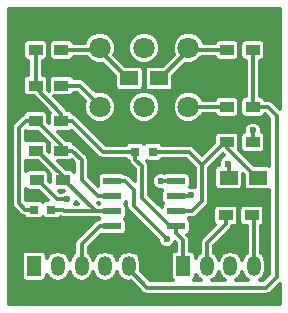
<source format=gtl>
%TF.GenerationSoftware,KiCad,Pcbnew,4.0.4-1.fc24-product*%
%TF.CreationDate,2018-03-01T09:40:41+11:00*%
%TF.ProjectId,BT_STACK,42545F535441434B2E6B696361645F70,rev?*%
%TF.FileFunction,Copper,L1,Top,Signal*%
%FSLAX46Y46*%
G04 Gerber Fmt 4.6, Leading zero omitted, Abs format (unit mm)*
G04 Created by KiCad (PCBNEW 4.0.4-1.fc24-product) date Thu Mar  1 09:40:41 2018*
%MOMM*%
%LPD*%
G01*
G04 APERTURE LIST*
%ADD10C,0.100000*%
%ADD11R,1.550000X0.600000*%
%ADD12R,1.200000X1.700000*%
%ADD13O,1.200000X1.700000*%
%ADD14R,1.200000X0.900000*%
%ADD15R,1.500000X1.250000*%
%ADD16C,1.800000*%
%ADD17R,0.800000X0.750000*%
%ADD18C,0.600000*%
%ADD19C,0.300000*%
G04 APERTURE END LIST*
D10*
D11*
X154700000Y-87905000D03*
X154700000Y-86635000D03*
X154700000Y-85365000D03*
X154700000Y-84095000D03*
X149300000Y-84095000D03*
X149300000Y-85365000D03*
X149300000Y-86635000D03*
X149300000Y-87905000D03*
D12*
X142700000Y-91300000D03*
D13*
X144700000Y-91300000D03*
X146700000Y-91300000D03*
X148700000Y-91300000D03*
X150700000Y-91300000D03*
D14*
X142900000Y-84000000D03*
X145100000Y-84000000D03*
X161200000Y-80800000D03*
X159000000Y-80800000D03*
X159000000Y-73000000D03*
X161200000Y-73000000D03*
D15*
X159150000Y-83800000D03*
X161650000Y-83800000D03*
D14*
X159000000Y-77800000D03*
X161200000Y-77800000D03*
X142800000Y-81500000D03*
X145000000Y-81500000D03*
X142800000Y-76000000D03*
X145000000Y-76000000D03*
X142800000Y-73000000D03*
X145000000Y-73000000D03*
X142800000Y-79000000D03*
X145000000Y-79000000D03*
D12*
X155300000Y-91300000D03*
D13*
X157300000Y-91300000D03*
X159300000Y-91300000D03*
X161300000Y-91300000D03*
D15*
X150750000Y-75400000D03*
X153250000Y-75400000D03*
D16*
X155750000Y-72800000D03*
X152000000Y-72800000D03*
X148250000Y-72800000D03*
X155750000Y-77800000D03*
X152000000Y-77800000D03*
X148250000Y-77800000D03*
D17*
X151250000Y-81600000D03*
X152750000Y-81600000D03*
X142650000Y-86500000D03*
X144150000Y-86500000D03*
D14*
X158900000Y-87000000D03*
X161100000Y-87000000D03*
D18*
X153400000Y-84099994D03*
X145500000Y-85600000D03*
X159100000Y-82600000D03*
X156000000Y-85300000D03*
X153900000Y-89000000D03*
X161200000Y-79800000D03*
D19*
X149300000Y-87905000D02*
X148225000Y-87905000D01*
X148225000Y-87905000D02*
X146700000Y-89430000D01*
X146700000Y-89430000D02*
X146700000Y-91300000D01*
X154700000Y-84095000D02*
X153404994Y-84095000D01*
X153404994Y-84095000D02*
X153400000Y-84099994D01*
X145075736Y-85600000D02*
X145500000Y-85600000D01*
X144650000Y-85600000D02*
X145075736Y-85600000D01*
X143050000Y-84000000D02*
X144650000Y-85600000D01*
X142900000Y-84000000D02*
X143050000Y-84000000D01*
X159150000Y-83800000D02*
X159150000Y-82650000D01*
X159150000Y-82650000D02*
X159100000Y-82600000D01*
X155800000Y-81600000D02*
X152750000Y-81600000D01*
X156900000Y-82700000D02*
X155800000Y-81600000D01*
X156900000Y-82750000D02*
X156900000Y-82700000D01*
X156900000Y-85800000D02*
X156065000Y-86635000D01*
X156065000Y-86635000D02*
X154700000Y-86635000D01*
X156900000Y-82750000D02*
X156900000Y-85800000D01*
X159000000Y-80800000D02*
X158850000Y-80800000D01*
X158850000Y-80800000D02*
X156900000Y-82750000D01*
X161650000Y-83800000D02*
X161525000Y-83800000D01*
X161525000Y-83800000D02*
X159000000Y-81275000D01*
X159000000Y-81275000D02*
X159000000Y-80800000D01*
X151250000Y-81600000D02*
X151250000Y-82275000D01*
X151250000Y-82275000D02*
X151800000Y-82825000D01*
X151800000Y-82825000D02*
X151800000Y-85480000D01*
X151250000Y-81600000D02*
X148500000Y-81600000D01*
X154225000Y-87905000D02*
X154700000Y-87905000D01*
X151800000Y-85480000D02*
X154225000Y-87905000D01*
X145000000Y-79000000D02*
X145000000Y-78400000D01*
X145000000Y-78400000D02*
X142800000Y-76200000D01*
X142800000Y-76200000D02*
X142800000Y-76000000D01*
X145000000Y-79000000D02*
X145900000Y-79000000D01*
X145900000Y-79000000D02*
X148500000Y-81600000D01*
X154700000Y-87905000D02*
X154700000Y-88505000D01*
X154700000Y-88505000D02*
X155300000Y-89105000D01*
X155300000Y-89105000D02*
X155300000Y-91300000D01*
X142800000Y-73000000D02*
X142800000Y-76000000D01*
X159000000Y-73000000D02*
X155850000Y-73000000D01*
X155850000Y-73000000D02*
X155650000Y-72800000D01*
X153250000Y-75400000D02*
X153375000Y-75400000D01*
X153375000Y-75400000D02*
X155650000Y-73125000D01*
X155650000Y-73125000D02*
X155650000Y-72800000D01*
X153250000Y-75200000D02*
X153250000Y-75400000D01*
X159000000Y-73000000D02*
X158850000Y-73000000D01*
X150750000Y-75400000D02*
X150625000Y-75400000D01*
X150625000Y-75400000D02*
X148350000Y-73125000D01*
X148350000Y-73125000D02*
X148350000Y-72800000D01*
X145000000Y-73000000D02*
X148150000Y-73000000D01*
X148150000Y-73000000D02*
X148350000Y-72800000D01*
X150750000Y-75200000D02*
X150750000Y-75400000D01*
X161100000Y-87000000D02*
X161300000Y-87200000D01*
X161300000Y-87200000D02*
X161300000Y-91300000D01*
X155935000Y-85365000D02*
X156000000Y-85300000D01*
X154700000Y-85365000D02*
X155935000Y-85365000D01*
X163206001Y-78556001D02*
X162450000Y-77800000D01*
X162450000Y-77800000D02*
X161200000Y-77800000D01*
X162350000Y-93100000D02*
X163206001Y-92243999D01*
X163206001Y-92243999D02*
X163206001Y-78556001D01*
X152250000Y-93100000D02*
X162350000Y-93100000D01*
X150700000Y-91300000D02*
X150700000Y-91550000D01*
X150700000Y-91550000D02*
X152250000Y-93100000D01*
X161200000Y-77800000D02*
X161200000Y-77050000D01*
X161200000Y-77050000D02*
X161200000Y-73000000D01*
X158900000Y-87000000D02*
X158900000Y-87750000D01*
X158900000Y-87750000D02*
X157300000Y-89350000D01*
X157300000Y-89350000D02*
X157300000Y-91300000D01*
X151100000Y-84820000D02*
X151100000Y-86200000D01*
X151100000Y-86200000D02*
X153900000Y-89000000D01*
X149300000Y-84095000D02*
X150375000Y-84095000D01*
X150375000Y-84095000D02*
X151100000Y-84820000D01*
X161200000Y-80800000D02*
X161200000Y-79800000D01*
X145000000Y-76000000D02*
X146550000Y-76000000D01*
X146550000Y-76000000D02*
X148350000Y-77800000D01*
X159000000Y-77800000D02*
X155650000Y-77800000D01*
X142650000Y-86500000D02*
X141950000Y-86500000D01*
X141950000Y-86500000D02*
X141400000Y-85950000D01*
X141400000Y-85950000D02*
X141400000Y-79600000D01*
X141400000Y-79600000D02*
X142000000Y-79000000D01*
X142000000Y-79000000D02*
X142800000Y-79000000D01*
X145000000Y-81500000D02*
X145900000Y-81500000D01*
X145900000Y-81500000D02*
X146700000Y-82300000D01*
X146700000Y-82300000D02*
X146700000Y-84000000D01*
X146700000Y-84000000D02*
X148065000Y-85365000D01*
X148065000Y-85365000D02*
X149300000Y-85365000D01*
X142800000Y-79000000D02*
X142950000Y-79000000D01*
X142950000Y-79000000D02*
X145000000Y-81050000D01*
X145000000Y-81050000D02*
X145000000Y-81500000D01*
X145100000Y-86500000D02*
X145235000Y-86635000D01*
X145235000Y-86635000D02*
X147885000Y-86635000D01*
X144150000Y-86500000D02*
X145100000Y-86500000D01*
X149300000Y-86635000D02*
X147885000Y-86635000D01*
X147885000Y-86635000D02*
X145250000Y-84000000D01*
X145250000Y-84000000D02*
X145100000Y-84000000D01*
X142800000Y-81500000D02*
X142950000Y-81500000D01*
X142950000Y-81500000D02*
X145100000Y-83650000D01*
X145100000Y-83650000D02*
X145100000Y-84000000D01*
G36*
X163475000Y-77976472D02*
X162874264Y-77375736D01*
X162679610Y-77245672D01*
X162450000Y-77200000D01*
X162230592Y-77200000D01*
X162227438Y-77183240D01*
X162128883Y-77030081D01*
X161978505Y-76927332D01*
X161800000Y-76891184D01*
X161800000Y-73908816D01*
X161966760Y-73877438D01*
X162119919Y-73778883D01*
X162222668Y-73628505D01*
X162258816Y-73450000D01*
X162258816Y-72550000D01*
X162227438Y-72383240D01*
X162128883Y-72230081D01*
X161978505Y-72127332D01*
X161800000Y-72091184D01*
X160600000Y-72091184D01*
X160433240Y-72122562D01*
X160280081Y-72221117D01*
X160177332Y-72371495D01*
X160141184Y-72550000D01*
X160141184Y-73450000D01*
X160172562Y-73616760D01*
X160271117Y-73769919D01*
X160421495Y-73872668D01*
X160600000Y-73908816D01*
X160600000Y-76891184D01*
X160433240Y-76922562D01*
X160280081Y-77021117D01*
X160177332Y-77171495D01*
X160141184Y-77350000D01*
X160141184Y-78250000D01*
X160172562Y-78416760D01*
X160271117Y-78569919D01*
X160421495Y-78672668D01*
X160600000Y-78708816D01*
X161800000Y-78708816D01*
X161966760Y-78677438D01*
X162119919Y-78578883D01*
X162222668Y-78428505D01*
X162223899Y-78422427D01*
X162606001Y-78804529D01*
X162606001Y-82771119D01*
X162578505Y-82752332D01*
X162400000Y-82716184D01*
X161289712Y-82716184D01*
X160014292Y-81440764D01*
X160022668Y-81428505D01*
X160058816Y-81250000D01*
X160058816Y-80350000D01*
X160141184Y-80350000D01*
X160141184Y-81250000D01*
X160172562Y-81416760D01*
X160271117Y-81569919D01*
X160421495Y-81672668D01*
X160600000Y-81708816D01*
X161800000Y-81708816D01*
X161966760Y-81677438D01*
X162119919Y-81578883D01*
X162222668Y-81428505D01*
X162258816Y-81250000D01*
X162258816Y-80350000D01*
X162227438Y-80183240D01*
X162128883Y-80030081D01*
X161978505Y-79927332D01*
X161949894Y-79921538D01*
X161950130Y-79651470D01*
X161836189Y-79375714D01*
X161625395Y-79164552D01*
X161349839Y-79050131D01*
X161051470Y-79049870D01*
X160775714Y-79163811D01*
X160564552Y-79374605D01*
X160450131Y-79650161D01*
X160449895Y-79919428D01*
X160433240Y-79922562D01*
X160280081Y-80021117D01*
X160177332Y-80171495D01*
X160141184Y-80350000D01*
X160058816Y-80350000D01*
X160027438Y-80183240D01*
X159928883Y-80030081D01*
X159778505Y-79927332D01*
X159600000Y-79891184D01*
X158400000Y-79891184D01*
X158233240Y-79922562D01*
X158080081Y-80021117D01*
X157977332Y-80171495D01*
X157941184Y-80350000D01*
X157941184Y-80860288D01*
X156925000Y-81876472D01*
X156224264Y-81175736D01*
X156029610Y-81045672D01*
X155800000Y-81000000D01*
X153539962Y-81000000D01*
X153478883Y-80905081D01*
X153328505Y-80802332D01*
X153150000Y-80766184D01*
X152350000Y-80766184D01*
X152183240Y-80797562D01*
X152030081Y-80896117D01*
X152000744Y-80939054D01*
X151978883Y-80905081D01*
X151828505Y-80802332D01*
X151650000Y-80766184D01*
X150850000Y-80766184D01*
X150683240Y-80797562D01*
X150530081Y-80896117D01*
X150459101Y-81000000D01*
X148748528Y-81000000D01*
X146324264Y-78575736D01*
X146129610Y-78445672D01*
X146035669Y-78426986D01*
X146027438Y-78383240D01*
X145928883Y-78230081D01*
X145778505Y-78127332D01*
X145600000Y-78091184D01*
X145501404Y-78091184D01*
X145424264Y-77975736D01*
X144346513Y-76897985D01*
X144400000Y-76908816D01*
X145600000Y-76908816D01*
X145766760Y-76877438D01*
X145919919Y-76778883D01*
X146022668Y-76628505D01*
X146028440Y-76600000D01*
X146301472Y-76600000D01*
X146997506Y-77296034D01*
X146900235Y-77530290D01*
X146899766Y-78067353D01*
X147104858Y-78563715D01*
X147484288Y-78943807D01*
X147980290Y-79149765D01*
X148517353Y-79150234D01*
X149013715Y-78945142D01*
X149393807Y-78565712D01*
X149599765Y-78069710D01*
X149599767Y-78067353D01*
X150649766Y-78067353D01*
X150854858Y-78563715D01*
X151234288Y-78943807D01*
X151730290Y-79149765D01*
X152267353Y-79150234D01*
X152763715Y-78945142D01*
X153143807Y-78565712D01*
X153349765Y-78069710D01*
X153349767Y-78067353D01*
X154399766Y-78067353D01*
X154604858Y-78563715D01*
X154984288Y-78943807D01*
X155480290Y-79149765D01*
X156017353Y-79150234D01*
X156513715Y-78945142D01*
X156893807Y-78565712D01*
X156962617Y-78400000D01*
X157969408Y-78400000D01*
X157972562Y-78416760D01*
X158071117Y-78569919D01*
X158221495Y-78672668D01*
X158400000Y-78708816D01*
X159600000Y-78708816D01*
X159766760Y-78677438D01*
X159919919Y-78578883D01*
X160022668Y-78428505D01*
X160058816Y-78250000D01*
X160058816Y-77350000D01*
X160027438Y-77183240D01*
X159928883Y-77030081D01*
X159778505Y-76927332D01*
X159600000Y-76891184D01*
X158400000Y-76891184D01*
X158233240Y-76922562D01*
X158080081Y-77021117D01*
X157977332Y-77171495D01*
X157971560Y-77200000D01*
X156962787Y-77200000D01*
X156895142Y-77036285D01*
X156515712Y-76656193D01*
X156019710Y-76450235D01*
X155482647Y-76449766D01*
X154986285Y-76654858D01*
X154606193Y-77034288D01*
X154400235Y-77530290D01*
X154399766Y-78067353D01*
X153349767Y-78067353D01*
X153350234Y-77532647D01*
X153145142Y-77036285D01*
X152765712Y-76656193D01*
X152269710Y-76450235D01*
X151732647Y-76449766D01*
X151236285Y-76654858D01*
X150856193Y-77034288D01*
X150650235Y-77530290D01*
X150649766Y-78067353D01*
X149599767Y-78067353D01*
X149600234Y-77532647D01*
X149395142Y-77036285D01*
X149015712Y-76656193D01*
X148519710Y-76450235D01*
X147982647Y-76449766D01*
X147887576Y-76489048D01*
X146974264Y-75575736D01*
X146779610Y-75445672D01*
X146550000Y-75400000D01*
X146030592Y-75400000D01*
X146027438Y-75383240D01*
X145928883Y-75230081D01*
X145778505Y-75127332D01*
X145600000Y-75091184D01*
X144400000Y-75091184D01*
X144233240Y-75122562D01*
X144080081Y-75221117D01*
X143977332Y-75371495D01*
X143941184Y-75550000D01*
X143941184Y-76450000D01*
X143951071Y-76502543D01*
X143858816Y-76410288D01*
X143858816Y-75550000D01*
X143827438Y-75383240D01*
X143728883Y-75230081D01*
X143578505Y-75127332D01*
X143400000Y-75091184D01*
X143400000Y-73908816D01*
X143566760Y-73877438D01*
X143719919Y-73778883D01*
X143822668Y-73628505D01*
X143858816Y-73450000D01*
X143858816Y-72550000D01*
X143941184Y-72550000D01*
X143941184Y-73450000D01*
X143972562Y-73616760D01*
X144071117Y-73769919D01*
X144221495Y-73872668D01*
X144400000Y-73908816D01*
X145600000Y-73908816D01*
X145766760Y-73877438D01*
X145919919Y-73778883D01*
X146022668Y-73628505D01*
X146028440Y-73600000D01*
X147141080Y-73600000D01*
X147484288Y-73943807D01*
X147980290Y-74149765D01*
X148517353Y-74150234D01*
X148523971Y-74147499D01*
X149541184Y-75164712D01*
X149541184Y-76025000D01*
X149572562Y-76191760D01*
X149671117Y-76344919D01*
X149821495Y-76447668D01*
X150000000Y-76483816D01*
X151500000Y-76483816D01*
X151666760Y-76452438D01*
X151819919Y-76353883D01*
X151922668Y-76203505D01*
X151958816Y-76025000D01*
X151958816Y-74775000D01*
X152041184Y-74775000D01*
X152041184Y-76025000D01*
X152072562Y-76191760D01*
X152171117Y-76344919D01*
X152321495Y-76447668D01*
X152500000Y-76483816D01*
X154000000Y-76483816D01*
X154166760Y-76452438D01*
X154319919Y-76353883D01*
X154422668Y-76203505D01*
X154458816Y-76025000D01*
X154458816Y-75164712D01*
X155475678Y-74147850D01*
X155480290Y-74149765D01*
X156017353Y-74150234D01*
X156513715Y-73945142D01*
X156859459Y-73600000D01*
X157969408Y-73600000D01*
X157972562Y-73616760D01*
X158071117Y-73769919D01*
X158221495Y-73872668D01*
X158400000Y-73908816D01*
X159600000Y-73908816D01*
X159766760Y-73877438D01*
X159919919Y-73778883D01*
X160022668Y-73628505D01*
X160058816Y-73450000D01*
X160058816Y-72550000D01*
X160027438Y-72383240D01*
X159928883Y-72230081D01*
X159778505Y-72127332D01*
X159600000Y-72091184D01*
X158400000Y-72091184D01*
X158233240Y-72122562D01*
X158080081Y-72221117D01*
X157977332Y-72371495D01*
X157971560Y-72400000D01*
X157045426Y-72400000D01*
X156895142Y-72036285D01*
X156515712Y-71656193D01*
X156019710Y-71450235D01*
X155482647Y-71449766D01*
X154986285Y-71654858D01*
X154606193Y-72034288D01*
X154400235Y-72530290D01*
X154399766Y-73067353D01*
X154534072Y-73392400D01*
X153610288Y-74316184D01*
X152500000Y-74316184D01*
X152333240Y-74347562D01*
X152180081Y-74446117D01*
X152077332Y-74596495D01*
X152041184Y-74775000D01*
X151958816Y-74775000D01*
X151927438Y-74608240D01*
X151828883Y-74455081D01*
X151678505Y-74352332D01*
X151500000Y-74316184D01*
X150389712Y-74316184D01*
X149465818Y-73392290D01*
X149599765Y-73069710D01*
X149599767Y-73067353D01*
X150649766Y-73067353D01*
X150854858Y-73563715D01*
X151234288Y-73943807D01*
X151730290Y-74149765D01*
X152267353Y-74150234D01*
X152763715Y-73945142D01*
X153143807Y-73565712D01*
X153349765Y-73069710D01*
X153350234Y-72532647D01*
X153145142Y-72036285D01*
X152765712Y-71656193D01*
X152269710Y-71450235D01*
X151732647Y-71449766D01*
X151236285Y-71654858D01*
X150856193Y-72034288D01*
X150650235Y-72530290D01*
X150649766Y-73067353D01*
X149599767Y-73067353D01*
X149600234Y-72532647D01*
X149395142Y-72036285D01*
X149015712Y-71656193D01*
X148519710Y-71450235D01*
X147982647Y-71449766D01*
X147486285Y-71654858D01*
X147106193Y-72034288D01*
X146954336Y-72400000D01*
X146030592Y-72400000D01*
X146027438Y-72383240D01*
X145928883Y-72230081D01*
X145778505Y-72127332D01*
X145600000Y-72091184D01*
X144400000Y-72091184D01*
X144233240Y-72122562D01*
X144080081Y-72221117D01*
X143977332Y-72371495D01*
X143941184Y-72550000D01*
X143858816Y-72550000D01*
X143827438Y-72383240D01*
X143728883Y-72230081D01*
X143578505Y-72127332D01*
X143400000Y-72091184D01*
X142200000Y-72091184D01*
X142033240Y-72122562D01*
X141880081Y-72221117D01*
X141777332Y-72371495D01*
X141741184Y-72550000D01*
X141741184Y-73450000D01*
X141772562Y-73616760D01*
X141871117Y-73769919D01*
X142021495Y-73872668D01*
X142200000Y-73908816D01*
X142200000Y-75091184D01*
X142033240Y-75122562D01*
X141880081Y-75221117D01*
X141777332Y-75371495D01*
X141741184Y-75550000D01*
X141741184Y-76450000D01*
X141772562Y-76616760D01*
X141871117Y-76769919D01*
X142021495Y-76872668D01*
X142200000Y-76908816D01*
X142660288Y-76908816D01*
X144036448Y-78284976D01*
X143977332Y-78371495D01*
X143941184Y-78550000D01*
X143941184Y-79142656D01*
X143858816Y-79060288D01*
X143858816Y-78550000D01*
X143827438Y-78383240D01*
X143728883Y-78230081D01*
X143578505Y-78127332D01*
X143400000Y-78091184D01*
X142200000Y-78091184D01*
X142033240Y-78122562D01*
X141880081Y-78221117D01*
X141777332Y-78371495D01*
X141761047Y-78451915D01*
X141575736Y-78575736D01*
X140975736Y-79175736D01*
X140845672Y-79370390D01*
X140800000Y-79600000D01*
X140800000Y-85950000D01*
X140845672Y-86179610D01*
X140975736Y-86374264D01*
X141525736Y-86924264D01*
X141720389Y-87054328D01*
X141846834Y-87079479D01*
X141921117Y-87194919D01*
X142071495Y-87297668D01*
X142250000Y-87333816D01*
X143050000Y-87333816D01*
X143216760Y-87302438D01*
X143369919Y-87203883D01*
X143399256Y-87160946D01*
X143421117Y-87194919D01*
X143571495Y-87297668D01*
X143750000Y-87333816D01*
X144550000Y-87333816D01*
X144716760Y-87302438D01*
X144869919Y-87203883D01*
X144919210Y-87131744D01*
X145005390Y-87189328D01*
X145235000Y-87235000D01*
X148183299Y-87235000D01*
X148196117Y-87254919D01*
X148216442Y-87268806D01*
X148205081Y-87276117D01*
X148179109Y-87314128D01*
X147995390Y-87350672D01*
X147800736Y-87480736D01*
X146275736Y-89005736D01*
X146145672Y-89200390D01*
X146100000Y-89430000D01*
X146100000Y-90186879D01*
X145957538Y-90282069D01*
X145729926Y-90622713D01*
X145700000Y-90773162D01*
X145670074Y-90622713D01*
X145442462Y-90282069D01*
X145101818Y-90054457D01*
X144700000Y-89974531D01*
X144298182Y-90054457D01*
X143957538Y-90282069D01*
X143758816Y-90579476D01*
X143758816Y-90450000D01*
X143727438Y-90283240D01*
X143628883Y-90130081D01*
X143478505Y-90027332D01*
X143300000Y-89991184D01*
X142100000Y-89991184D01*
X141933240Y-90022562D01*
X141780081Y-90121117D01*
X141677332Y-90271495D01*
X141641184Y-90450000D01*
X141641184Y-92150000D01*
X141672562Y-92316760D01*
X141771117Y-92469919D01*
X141921495Y-92572668D01*
X142100000Y-92608816D01*
X143300000Y-92608816D01*
X143466760Y-92577438D01*
X143619919Y-92478883D01*
X143722668Y-92328505D01*
X143758816Y-92150000D01*
X143758816Y-92020524D01*
X143957538Y-92317931D01*
X144298182Y-92545543D01*
X144700000Y-92625469D01*
X145101818Y-92545543D01*
X145442462Y-92317931D01*
X145670074Y-91977287D01*
X145700000Y-91826838D01*
X145729926Y-91977287D01*
X145957538Y-92317931D01*
X146298182Y-92545543D01*
X146700000Y-92625469D01*
X147101818Y-92545543D01*
X147442462Y-92317931D01*
X147670074Y-91977287D01*
X147700000Y-91826838D01*
X147729926Y-91977287D01*
X147957538Y-92317931D01*
X148298182Y-92545543D01*
X148700000Y-92625469D01*
X149101818Y-92545543D01*
X149442462Y-92317931D01*
X149670074Y-91977287D01*
X149700000Y-91826838D01*
X149729926Y-91977287D01*
X149957538Y-92317931D01*
X150298182Y-92545543D01*
X150700000Y-92625469D01*
X150889289Y-92587817D01*
X151825736Y-93524264D01*
X152020390Y-93654328D01*
X152250000Y-93700000D01*
X162350000Y-93700000D01*
X162579610Y-93654328D01*
X162774264Y-93524264D01*
X163475000Y-92823528D01*
X163475000Y-94475000D01*
X140525000Y-94475000D01*
X140525000Y-69525000D01*
X163475000Y-69525000D01*
X163475000Y-77976472D01*
X163475000Y-77976472D01*
G37*
X163475000Y-77976472D02*
X162874264Y-77375736D01*
X162679610Y-77245672D01*
X162450000Y-77200000D01*
X162230592Y-77200000D01*
X162227438Y-77183240D01*
X162128883Y-77030081D01*
X161978505Y-76927332D01*
X161800000Y-76891184D01*
X161800000Y-73908816D01*
X161966760Y-73877438D01*
X162119919Y-73778883D01*
X162222668Y-73628505D01*
X162258816Y-73450000D01*
X162258816Y-72550000D01*
X162227438Y-72383240D01*
X162128883Y-72230081D01*
X161978505Y-72127332D01*
X161800000Y-72091184D01*
X160600000Y-72091184D01*
X160433240Y-72122562D01*
X160280081Y-72221117D01*
X160177332Y-72371495D01*
X160141184Y-72550000D01*
X160141184Y-73450000D01*
X160172562Y-73616760D01*
X160271117Y-73769919D01*
X160421495Y-73872668D01*
X160600000Y-73908816D01*
X160600000Y-76891184D01*
X160433240Y-76922562D01*
X160280081Y-77021117D01*
X160177332Y-77171495D01*
X160141184Y-77350000D01*
X160141184Y-78250000D01*
X160172562Y-78416760D01*
X160271117Y-78569919D01*
X160421495Y-78672668D01*
X160600000Y-78708816D01*
X161800000Y-78708816D01*
X161966760Y-78677438D01*
X162119919Y-78578883D01*
X162222668Y-78428505D01*
X162223899Y-78422427D01*
X162606001Y-78804529D01*
X162606001Y-82771119D01*
X162578505Y-82752332D01*
X162400000Y-82716184D01*
X161289712Y-82716184D01*
X160014292Y-81440764D01*
X160022668Y-81428505D01*
X160058816Y-81250000D01*
X160058816Y-80350000D01*
X160141184Y-80350000D01*
X160141184Y-81250000D01*
X160172562Y-81416760D01*
X160271117Y-81569919D01*
X160421495Y-81672668D01*
X160600000Y-81708816D01*
X161800000Y-81708816D01*
X161966760Y-81677438D01*
X162119919Y-81578883D01*
X162222668Y-81428505D01*
X162258816Y-81250000D01*
X162258816Y-80350000D01*
X162227438Y-80183240D01*
X162128883Y-80030081D01*
X161978505Y-79927332D01*
X161949894Y-79921538D01*
X161950130Y-79651470D01*
X161836189Y-79375714D01*
X161625395Y-79164552D01*
X161349839Y-79050131D01*
X161051470Y-79049870D01*
X160775714Y-79163811D01*
X160564552Y-79374605D01*
X160450131Y-79650161D01*
X160449895Y-79919428D01*
X160433240Y-79922562D01*
X160280081Y-80021117D01*
X160177332Y-80171495D01*
X160141184Y-80350000D01*
X160058816Y-80350000D01*
X160027438Y-80183240D01*
X159928883Y-80030081D01*
X159778505Y-79927332D01*
X159600000Y-79891184D01*
X158400000Y-79891184D01*
X158233240Y-79922562D01*
X158080081Y-80021117D01*
X157977332Y-80171495D01*
X157941184Y-80350000D01*
X157941184Y-80860288D01*
X156925000Y-81876472D01*
X156224264Y-81175736D01*
X156029610Y-81045672D01*
X155800000Y-81000000D01*
X153539962Y-81000000D01*
X153478883Y-80905081D01*
X153328505Y-80802332D01*
X153150000Y-80766184D01*
X152350000Y-80766184D01*
X152183240Y-80797562D01*
X152030081Y-80896117D01*
X152000744Y-80939054D01*
X151978883Y-80905081D01*
X151828505Y-80802332D01*
X151650000Y-80766184D01*
X150850000Y-80766184D01*
X150683240Y-80797562D01*
X150530081Y-80896117D01*
X150459101Y-81000000D01*
X148748528Y-81000000D01*
X146324264Y-78575736D01*
X146129610Y-78445672D01*
X146035669Y-78426986D01*
X146027438Y-78383240D01*
X145928883Y-78230081D01*
X145778505Y-78127332D01*
X145600000Y-78091184D01*
X145501404Y-78091184D01*
X145424264Y-77975736D01*
X144346513Y-76897985D01*
X144400000Y-76908816D01*
X145600000Y-76908816D01*
X145766760Y-76877438D01*
X145919919Y-76778883D01*
X146022668Y-76628505D01*
X146028440Y-76600000D01*
X146301472Y-76600000D01*
X146997506Y-77296034D01*
X146900235Y-77530290D01*
X146899766Y-78067353D01*
X147104858Y-78563715D01*
X147484288Y-78943807D01*
X147980290Y-79149765D01*
X148517353Y-79150234D01*
X149013715Y-78945142D01*
X149393807Y-78565712D01*
X149599765Y-78069710D01*
X149599767Y-78067353D01*
X150649766Y-78067353D01*
X150854858Y-78563715D01*
X151234288Y-78943807D01*
X151730290Y-79149765D01*
X152267353Y-79150234D01*
X152763715Y-78945142D01*
X153143807Y-78565712D01*
X153349765Y-78069710D01*
X153349767Y-78067353D01*
X154399766Y-78067353D01*
X154604858Y-78563715D01*
X154984288Y-78943807D01*
X155480290Y-79149765D01*
X156017353Y-79150234D01*
X156513715Y-78945142D01*
X156893807Y-78565712D01*
X156962617Y-78400000D01*
X157969408Y-78400000D01*
X157972562Y-78416760D01*
X158071117Y-78569919D01*
X158221495Y-78672668D01*
X158400000Y-78708816D01*
X159600000Y-78708816D01*
X159766760Y-78677438D01*
X159919919Y-78578883D01*
X160022668Y-78428505D01*
X160058816Y-78250000D01*
X160058816Y-77350000D01*
X160027438Y-77183240D01*
X159928883Y-77030081D01*
X159778505Y-76927332D01*
X159600000Y-76891184D01*
X158400000Y-76891184D01*
X158233240Y-76922562D01*
X158080081Y-77021117D01*
X157977332Y-77171495D01*
X157971560Y-77200000D01*
X156962787Y-77200000D01*
X156895142Y-77036285D01*
X156515712Y-76656193D01*
X156019710Y-76450235D01*
X155482647Y-76449766D01*
X154986285Y-76654858D01*
X154606193Y-77034288D01*
X154400235Y-77530290D01*
X154399766Y-78067353D01*
X153349767Y-78067353D01*
X153350234Y-77532647D01*
X153145142Y-77036285D01*
X152765712Y-76656193D01*
X152269710Y-76450235D01*
X151732647Y-76449766D01*
X151236285Y-76654858D01*
X150856193Y-77034288D01*
X150650235Y-77530290D01*
X150649766Y-78067353D01*
X149599767Y-78067353D01*
X149600234Y-77532647D01*
X149395142Y-77036285D01*
X149015712Y-76656193D01*
X148519710Y-76450235D01*
X147982647Y-76449766D01*
X147887576Y-76489048D01*
X146974264Y-75575736D01*
X146779610Y-75445672D01*
X146550000Y-75400000D01*
X146030592Y-75400000D01*
X146027438Y-75383240D01*
X145928883Y-75230081D01*
X145778505Y-75127332D01*
X145600000Y-75091184D01*
X144400000Y-75091184D01*
X144233240Y-75122562D01*
X144080081Y-75221117D01*
X143977332Y-75371495D01*
X143941184Y-75550000D01*
X143941184Y-76450000D01*
X143951071Y-76502543D01*
X143858816Y-76410288D01*
X143858816Y-75550000D01*
X143827438Y-75383240D01*
X143728883Y-75230081D01*
X143578505Y-75127332D01*
X143400000Y-75091184D01*
X143400000Y-73908816D01*
X143566760Y-73877438D01*
X143719919Y-73778883D01*
X143822668Y-73628505D01*
X143858816Y-73450000D01*
X143858816Y-72550000D01*
X143941184Y-72550000D01*
X143941184Y-73450000D01*
X143972562Y-73616760D01*
X144071117Y-73769919D01*
X144221495Y-73872668D01*
X144400000Y-73908816D01*
X145600000Y-73908816D01*
X145766760Y-73877438D01*
X145919919Y-73778883D01*
X146022668Y-73628505D01*
X146028440Y-73600000D01*
X147141080Y-73600000D01*
X147484288Y-73943807D01*
X147980290Y-74149765D01*
X148517353Y-74150234D01*
X148523971Y-74147499D01*
X149541184Y-75164712D01*
X149541184Y-76025000D01*
X149572562Y-76191760D01*
X149671117Y-76344919D01*
X149821495Y-76447668D01*
X150000000Y-76483816D01*
X151500000Y-76483816D01*
X151666760Y-76452438D01*
X151819919Y-76353883D01*
X151922668Y-76203505D01*
X151958816Y-76025000D01*
X151958816Y-74775000D01*
X152041184Y-74775000D01*
X152041184Y-76025000D01*
X152072562Y-76191760D01*
X152171117Y-76344919D01*
X152321495Y-76447668D01*
X152500000Y-76483816D01*
X154000000Y-76483816D01*
X154166760Y-76452438D01*
X154319919Y-76353883D01*
X154422668Y-76203505D01*
X154458816Y-76025000D01*
X154458816Y-75164712D01*
X155475678Y-74147850D01*
X155480290Y-74149765D01*
X156017353Y-74150234D01*
X156513715Y-73945142D01*
X156859459Y-73600000D01*
X157969408Y-73600000D01*
X157972562Y-73616760D01*
X158071117Y-73769919D01*
X158221495Y-73872668D01*
X158400000Y-73908816D01*
X159600000Y-73908816D01*
X159766760Y-73877438D01*
X159919919Y-73778883D01*
X160022668Y-73628505D01*
X160058816Y-73450000D01*
X160058816Y-72550000D01*
X160027438Y-72383240D01*
X159928883Y-72230081D01*
X159778505Y-72127332D01*
X159600000Y-72091184D01*
X158400000Y-72091184D01*
X158233240Y-72122562D01*
X158080081Y-72221117D01*
X157977332Y-72371495D01*
X157971560Y-72400000D01*
X157045426Y-72400000D01*
X156895142Y-72036285D01*
X156515712Y-71656193D01*
X156019710Y-71450235D01*
X155482647Y-71449766D01*
X154986285Y-71654858D01*
X154606193Y-72034288D01*
X154400235Y-72530290D01*
X154399766Y-73067353D01*
X154534072Y-73392400D01*
X153610288Y-74316184D01*
X152500000Y-74316184D01*
X152333240Y-74347562D01*
X152180081Y-74446117D01*
X152077332Y-74596495D01*
X152041184Y-74775000D01*
X151958816Y-74775000D01*
X151927438Y-74608240D01*
X151828883Y-74455081D01*
X151678505Y-74352332D01*
X151500000Y-74316184D01*
X150389712Y-74316184D01*
X149465818Y-73392290D01*
X149599765Y-73069710D01*
X149599767Y-73067353D01*
X150649766Y-73067353D01*
X150854858Y-73563715D01*
X151234288Y-73943807D01*
X151730290Y-74149765D01*
X152267353Y-74150234D01*
X152763715Y-73945142D01*
X153143807Y-73565712D01*
X153349765Y-73069710D01*
X153350234Y-72532647D01*
X153145142Y-72036285D01*
X152765712Y-71656193D01*
X152269710Y-71450235D01*
X151732647Y-71449766D01*
X151236285Y-71654858D01*
X150856193Y-72034288D01*
X150650235Y-72530290D01*
X150649766Y-73067353D01*
X149599767Y-73067353D01*
X149600234Y-72532647D01*
X149395142Y-72036285D01*
X149015712Y-71656193D01*
X148519710Y-71450235D01*
X147982647Y-71449766D01*
X147486285Y-71654858D01*
X147106193Y-72034288D01*
X146954336Y-72400000D01*
X146030592Y-72400000D01*
X146027438Y-72383240D01*
X145928883Y-72230081D01*
X145778505Y-72127332D01*
X145600000Y-72091184D01*
X144400000Y-72091184D01*
X144233240Y-72122562D01*
X144080081Y-72221117D01*
X143977332Y-72371495D01*
X143941184Y-72550000D01*
X143858816Y-72550000D01*
X143827438Y-72383240D01*
X143728883Y-72230081D01*
X143578505Y-72127332D01*
X143400000Y-72091184D01*
X142200000Y-72091184D01*
X142033240Y-72122562D01*
X141880081Y-72221117D01*
X141777332Y-72371495D01*
X141741184Y-72550000D01*
X141741184Y-73450000D01*
X141772562Y-73616760D01*
X141871117Y-73769919D01*
X142021495Y-73872668D01*
X142200000Y-73908816D01*
X142200000Y-75091184D01*
X142033240Y-75122562D01*
X141880081Y-75221117D01*
X141777332Y-75371495D01*
X141741184Y-75550000D01*
X141741184Y-76450000D01*
X141772562Y-76616760D01*
X141871117Y-76769919D01*
X142021495Y-76872668D01*
X142200000Y-76908816D01*
X142660288Y-76908816D01*
X144036448Y-78284976D01*
X143977332Y-78371495D01*
X143941184Y-78550000D01*
X143941184Y-79142656D01*
X143858816Y-79060288D01*
X143858816Y-78550000D01*
X143827438Y-78383240D01*
X143728883Y-78230081D01*
X143578505Y-78127332D01*
X143400000Y-78091184D01*
X142200000Y-78091184D01*
X142033240Y-78122562D01*
X141880081Y-78221117D01*
X141777332Y-78371495D01*
X141761047Y-78451915D01*
X141575736Y-78575736D01*
X140975736Y-79175736D01*
X140845672Y-79370390D01*
X140800000Y-79600000D01*
X140800000Y-85950000D01*
X140845672Y-86179610D01*
X140975736Y-86374264D01*
X141525736Y-86924264D01*
X141720389Y-87054328D01*
X141846834Y-87079479D01*
X141921117Y-87194919D01*
X142071495Y-87297668D01*
X142250000Y-87333816D01*
X143050000Y-87333816D01*
X143216760Y-87302438D01*
X143369919Y-87203883D01*
X143399256Y-87160946D01*
X143421117Y-87194919D01*
X143571495Y-87297668D01*
X143750000Y-87333816D01*
X144550000Y-87333816D01*
X144716760Y-87302438D01*
X144869919Y-87203883D01*
X144919210Y-87131744D01*
X145005390Y-87189328D01*
X145235000Y-87235000D01*
X148183299Y-87235000D01*
X148196117Y-87254919D01*
X148216442Y-87268806D01*
X148205081Y-87276117D01*
X148179109Y-87314128D01*
X147995390Y-87350672D01*
X147800736Y-87480736D01*
X146275736Y-89005736D01*
X146145672Y-89200390D01*
X146100000Y-89430000D01*
X146100000Y-90186879D01*
X145957538Y-90282069D01*
X145729926Y-90622713D01*
X145700000Y-90773162D01*
X145670074Y-90622713D01*
X145442462Y-90282069D01*
X145101818Y-90054457D01*
X144700000Y-89974531D01*
X144298182Y-90054457D01*
X143957538Y-90282069D01*
X143758816Y-90579476D01*
X143758816Y-90450000D01*
X143727438Y-90283240D01*
X143628883Y-90130081D01*
X143478505Y-90027332D01*
X143300000Y-89991184D01*
X142100000Y-89991184D01*
X141933240Y-90022562D01*
X141780081Y-90121117D01*
X141677332Y-90271495D01*
X141641184Y-90450000D01*
X141641184Y-92150000D01*
X141672562Y-92316760D01*
X141771117Y-92469919D01*
X141921495Y-92572668D01*
X142100000Y-92608816D01*
X143300000Y-92608816D01*
X143466760Y-92577438D01*
X143619919Y-92478883D01*
X143722668Y-92328505D01*
X143758816Y-92150000D01*
X143758816Y-92020524D01*
X143957538Y-92317931D01*
X144298182Y-92545543D01*
X144700000Y-92625469D01*
X145101818Y-92545543D01*
X145442462Y-92317931D01*
X145670074Y-91977287D01*
X145700000Y-91826838D01*
X145729926Y-91977287D01*
X145957538Y-92317931D01*
X146298182Y-92545543D01*
X146700000Y-92625469D01*
X147101818Y-92545543D01*
X147442462Y-92317931D01*
X147670074Y-91977287D01*
X147700000Y-91826838D01*
X147729926Y-91977287D01*
X147957538Y-92317931D01*
X148298182Y-92545543D01*
X148700000Y-92625469D01*
X149101818Y-92545543D01*
X149442462Y-92317931D01*
X149670074Y-91977287D01*
X149700000Y-91826838D01*
X149729926Y-91977287D01*
X149957538Y-92317931D01*
X150298182Y-92545543D01*
X150700000Y-92625469D01*
X150889289Y-92587817D01*
X151825736Y-93524264D01*
X152020390Y-93654328D01*
X152250000Y-93700000D01*
X162350000Y-93700000D01*
X162579610Y-93654328D01*
X162774264Y-93524264D01*
X163475000Y-92823528D01*
X163475000Y-94475000D01*
X140525000Y-94475000D01*
X140525000Y-69525000D01*
X163475000Y-69525000D01*
X163475000Y-77976472D01*
G36*
X158792166Y-81915694D02*
X158675714Y-81963811D01*
X158464552Y-82174605D01*
X158350131Y-82450161D01*
X158349890Y-82725613D01*
X158233240Y-82747562D01*
X158080081Y-82846117D01*
X157977332Y-82996495D01*
X157941184Y-83175000D01*
X157941184Y-84425000D01*
X157972562Y-84591760D01*
X158071117Y-84744919D01*
X158221495Y-84847668D01*
X158400000Y-84883816D01*
X159900000Y-84883816D01*
X160066760Y-84852438D01*
X160219919Y-84753883D01*
X160322668Y-84603505D01*
X160358816Y-84425000D01*
X160358816Y-83482344D01*
X160441184Y-83564712D01*
X160441184Y-84425000D01*
X160472562Y-84591760D01*
X160571117Y-84744919D01*
X160721495Y-84847668D01*
X160900000Y-84883816D01*
X162400000Y-84883816D01*
X162566760Y-84852438D01*
X162606001Y-84827187D01*
X162606001Y-91995471D01*
X162101472Y-92500000D01*
X161769978Y-92500000D01*
X162042462Y-92317931D01*
X162270074Y-91977287D01*
X162350000Y-91575469D01*
X162350000Y-91024531D01*
X162270074Y-90622713D01*
X162042462Y-90282069D01*
X161900000Y-90186879D01*
X161900000Y-87856049D01*
X162019919Y-87778883D01*
X162122668Y-87628505D01*
X162158816Y-87450000D01*
X162158816Y-86550000D01*
X162127438Y-86383240D01*
X162028883Y-86230081D01*
X161878505Y-86127332D01*
X161700000Y-86091184D01*
X160500000Y-86091184D01*
X160333240Y-86122562D01*
X160180081Y-86221117D01*
X160077332Y-86371495D01*
X160041184Y-86550000D01*
X160041184Y-87450000D01*
X160072562Y-87616760D01*
X160171117Y-87769919D01*
X160321495Y-87872668D01*
X160500000Y-87908816D01*
X160700000Y-87908816D01*
X160700000Y-90186879D01*
X160557538Y-90282069D01*
X160329926Y-90622713D01*
X160300000Y-90773162D01*
X160270074Y-90622713D01*
X160042462Y-90282069D01*
X159701818Y-90054457D01*
X159300000Y-89974531D01*
X158898182Y-90054457D01*
X158557538Y-90282069D01*
X158329926Y-90622713D01*
X158300000Y-90773162D01*
X158270074Y-90622713D01*
X158042462Y-90282069D01*
X157900000Y-90186879D01*
X157900000Y-89598528D01*
X159324264Y-88174264D01*
X159454328Y-87979610D01*
X159468410Y-87908816D01*
X159500000Y-87908816D01*
X159666760Y-87877438D01*
X159819919Y-87778883D01*
X159922668Y-87628505D01*
X159958816Y-87450000D01*
X159958816Y-86550000D01*
X159927438Y-86383240D01*
X159828883Y-86230081D01*
X159678505Y-86127332D01*
X159500000Y-86091184D01*
X158300000Y-86091184D01*
X158133240Y-86122562D01*
X157980081Y-86221117D01*
X157877332Y-86371495D01*
X157841184Y-86550000D01*
X157841184Y-87450000D01*
X157872562Y-87616760D01*
X157971117Y-87769919D01*
X158007021Y-87794451D01*
X156875736Y-88925736D01*
X156745672Y-89120390D01*
X156700000Y-89350000D01*
X156700000Y-90186879D01*
X156557538Y-90282069D01*
X156358816Y-90579476D01*
X156358816Y-90450000D01*
X156327438Y-90283240D01*
X156228883Y-90130081D01*
X156078505Y-90027332D01*
X155900000Y-89991184D01*
X155900000Y-89105000D01*
X155854328Y-88875390D01*
X155724264Y-88680736D01*
X155662573Y-88619045D01*
X155794919Y-88533883D01*
X155897668Y-88383505D01*
X155933816Y-88205000D01*
X155933816Y-87605000D01*
X155902438Y-87438240D01*
X155803883Y-87285081D01*
X155783558Y-87271194D01*
X155794919Y-87263883D01*
X155814654Y-87235000D01*
X156065000Y-87235000D01*
X156294610Y-87189328D01*
X156489264Y-87059264D01*
X157324264Y-86224264D01*
X157454328Y-86029611D01*
X157500000Y-85800000D01*
X157500000Y-82998528D01*
X158687500Y-81811028D01*
X158792166Y-81915694D01*
X158792166Y-81915694D01*
G37*
X158792166Y-81915694D02*
X158675714Y-81963811D01*
X158464552Y-82174605D01*
X158350131Y-82450161D01*
X158349890Y-82725613D01*
X158233240Y-82747562D01*
X158080081Y-82846117D01*
X157977332Y-82996495D01*
X157941184Y-83175000D01*
X157941184Y-84425000D01*
X157972562Y-84591760D01*
X158071117Y-84744919D01*
X158221495Y-84847668D01*
X158400000Y-84883816D01*
X159900000Y-84883816D01*
X160066760Y-84852438D01*
X160219919Y-84753883D01*
X160322668Y-84603505D01*
X160358816Y-84425000D01*
X160358816Y-83482344D01*
X160441184Y-83564712D01*
X160441184Y-84425000D01*
X160472562Y-84591760D01*
X160571117Y-84744919D01*
X160721495Y-84847668D01*
X160900000Y-84883816D01*
X162400000Y-84883816D01*
X162566760Y-84852438D01*
X162606001Y-84827187D01*
X162606001Y-91995471D01*
X162101472Y-92500000D01*
X161769978Y-92500000D01*
X162042462Y-92317931D01*
X162270074Y-91977287D01*
X162350000Y-91575469D01*
X162350000Y-91024531D01*
X162270074Y-90622713D01*
X162042462Y-90282069D01*
X161900000Y-90186879D01*
X161900000Y-87856049D01*
X162019919Y-87778883D01*
X162122668Y-87628505D01*
X162158816Y-87450000D01*
X162158816Y-86550000D01*
X162127438Y-86383240D01*
X162028883Y-86230081D01*
X161878505Y-86127332D01*
X161700000Y-86091184D01*
X160500000Y-86091184D01*
X160333240Y-86122562D01*
X160180081Y-86221117D01*
X160077332Y-86371495D01*
X160041184Y-86550000D01*
X160041184Y-87450000D01*
X160072562Y-87616760D01*
X160171117Y-87769919D01*
X160321495Y-87872668D01*
X160500000Y-87908816D01*
X160700000Y-87908816D01*
X160700000Y-90186879D01*
X160557538Y-90282069D01*
X160329926Y-90622713D01*
X160300000Y-90773162D01*
X160270074Y-90622713D01*
X160042462Y-90282069D01*
X159701818Y-90054457D01*
X159300000Y-89974531D01*
X158898182Y-90054457D01*
X158557538Y-90282069D01*
X158329926Y-90622713D01*
X158300000Y-90773162D01*
X158270074Y-90622713D01*
X158042462Y-90282069D01*
X157900000Y-90186879D01*
X157900000Y-89598528D01*
X159324264Y-88174264D01*
X159454328Y-87979610D01*
X159468410Y-87908816D01*
X159500000Y-87908816D01*
X159666760Y-87877438D01*
X159819919Y-87778883D01*
X159922668Y-87628505D01*
X159958816Y-87450000D01*
X159958816Y-86550000D01*
X159927438Y-86383240D01*
X159828883Y-86230081D01*
X159678505Y-86127332D01*
X159500000Y-86091184D01*
X158300000Y-86091184D01*
X158133240Y-86122562D01*
X157980081Y-86221117D01*
X157877332Y-86371495D01*
X157841184Y-86550000D01*
X157841184Y-87450000D01*
X157872562Y-87616760D01*
X157971117Y-87769919D01*
X158007021Y-87794451D01*
X156875736Y-88925736D01*
X156745672Y-89120390D01*
X156700000Y-89350000D01*
X156700000Y-90186879D01*
X156557538Y-90282069D01*
X156358816Y-90579476D01*
X156358816Y-90450000D01*
X156327438Y-90283240D01*
X156228883Y-90130081D01*
X156078505Y-90027332D01*
X155900000Y-89991184D01*
X155900000Y-89105000D01*
X155854328Y-88875390D01*
X155724264Y-88680736D01*
X155662573Y-88619045D01*
X155794919Y-88533883D01*
X155897668Y-88383505D01*
X155933816Y-88205000D01*
X155933816Y-87605000D01*
X155902438Y-87438240D01*
X155803883Y-87285081D01*
X155783558Y-87271194D01*
X155794919Y-87263883D01*
X155814654Y-87235000D01*
X156065000Y-87235000D01*
X156294610Y-87189328D01*
X156489264Y-87059264D01*
X157324264Y-86224264D01*
X157454328Y-86029611D01*
X157500000Y-85800000D01*
X157500000Y-82998528D01*
X158687500Y-81811028D01*
X158792166Y-81915694D01*
G36*
X150545672Y-86429610D02*
X150675736Y-86624264D01*
X153149914Y-89098442D01*
X153149870Y-89148530D01*
X153263811Y-89424286D01*
X153474605Y-89635448D01*
X153750161Y-89749869D01*
X154048530Y-89750130D01*
X154324286Y-89636189D01*
X154535448Y-89425395D01*
X154604814Y-89258342D01*
X154700000Y-89353528D01*
X154700000Y-89991184D01*
X154533240Y-90022562D01*
X154380081Y-90121117D01*
X154277332Y-90271495D01*
X154241184Y-90450000D01*
X154241184Y-92150000D01*
X154272562Y-92316760D01*
X154371117Y-92469919D01*
X154415142Y-92500000D01*
X152498528Y-92500000D01*
X151720799Y-91722271D01*
X151750000Y-91575469D01*
X151750000Y-91024531D01*
X151670074Y-90622713D01*
X151442462Y-90282069D01*
X151101818Y-90054457D01*
X150700000Y-89974531D01*
X150298182Y-90054457D01*
X149957538Y-90282069D01*
X149729926Y-90622713D01*
X149700000Y-90773162D01*
X149670074Y-90622713D01*
X149442462Y-90282069D01*
X149101818Y-90054457D01*
X148700000Y-89974531D01*
X148298182Y-90054457D01*
X147957538Y-90282069D01*
X147729926Y-90622713D01*
X147700000Y-90773162D01*
X147670074Y-90622713D01*
X147442462Y-90282069D01*
X147300000Y-90186879D01*
X147300000Y-89678528D01*
X148350125Y-88628403D01*
X148525000Y-88663816D01*
X150075000Y-88663816D01*
X150241760Y-88632438D01*
X150394919Y-88533883D01*
X150497668Y-88383505D01*
X150533816Y-88205000D01*
X150533816Y-87605000D01*
X150502438Y-87438240D01*
X150403883Y-87285081D01*
X150383558Y-87271194D01*
X150394919Y-87263883D01*
X150497668Y-87113505D01*
X150533816Y-86935000D01*
X150533816Y-86370006D01*
X150545672Y-86429610D01*
X150545672Y-86429610D01*
G37*
X150545672Y-86429610D02*
X150675736Y-86624264D01*
X153149914Y-89098442D01*
X153149870Y-89148530D01*
X153263811Y-89424286D01*
X153474605Y-89635448D01*
X153750161Y-89749869D01*
X154048530Y-89750130D01*
X154324286Y-89636189D01*
X154535448Y-89425395D01*
X154604814Y-89258342D01*
X154700000Y-89353528D01*
X154700000Y-89991184D01*
X154533240Y-90022562D01*
X154380081Y-90121117D01*
X154277332Y-90271495D01*
X154241184Y-90450000D01*
X154241184Y-92150000D01*
X154272562Y-92316760D01*
X154371117Y-92469919D01*
X154415142Y-92500000D01*
X152498528Y-92500000D01*
X151720799Y-91722271D01*
X151750000Y-91575469D01*
X151750000Y-91024531D01*
X151670074Y-90622713D01*
X151442462Y-90282069D01*
X151101818Y-90054457D01*
X150700000Y-89974531D01*
X150298182Y-90054457D01*
X149957538Y-90282069D01*
X149729926Y-90622713D01*
X149700000Y-90773162D01*
X149670074Y-90622713D01*
X149442462Y-90282069D01*
X149101818Y-90054457D01*
X148700000Y-89974531D01*
X148298182Y-90054457D01*
X147957538Y-90282069D01*
X147729926Y-90622713D01*
X147700000Y-90773162D01*
X147670074Y-90622713D01*
X147442462Y-90282069D01*
X147300000Y-90186879D01*
X147300000Y-89678528D01*
X148350125Y-88628403D01*
X148525000Y-88663816D01*
X150075000Y-88663816D01*
X150241760Y-88632438D01*
X150394919Y-88533883D01*
X150497668Y-88383505D01*
X150533816Y-88205000D01*
X150533816Y-87605000D01*
X150502438Y-87438240D01*
X150403883Y-87285081D01*
X150383558Y-87271194D01*
X150394919Y-87263883D01*
X150497668Y-87113505D01*
X150533816Y-86935000D01*
X150533816Y-86370006D01*
X150545672Y-86429610D01*
G36*
X156557538Y-92317931D02*
X156830022Y-92500000D01*
X156187102Y-92500000D01*
X156219919Y-92478883D01*
X156322668Y-92328505D01*
X156358816Y-92150000D01*
X156358816Y-92020524D01*
X156557538Y-92317931D01*
X156557538Y-92317931D01*
G37*
X156557538Y-92317931D02*
X156830022Y-92500000D01*
X156187102Y-92500000D01*
X156219919Y-92478883D01*
X156322668Y-92328505D01*
X156358816Y-92150000D01*
X156358816Y-92020524D01*
X156557538Y-92317931D01*
G36*
X158329926Y-91977287D02*
X158557538Y-92317931D01*
X158830022Y-92500000D01*
X157769978Y-92500000D01*
X158042462Y-92317931D01*
X158270074Y-91977287D01*
X158300000Y-91826838D01*
X158329926Y-91977287D01*
X158329926Y-91977287D01*
G37*
X158329926Y-91977287D02*
X158557538Y-92317931D01*
X158830022Y-92500000D01*
X157769978Y-92500000D01*
X158042462Y-92317931D01*
X158270074Y-91977287D01*
X158300000Y-91826838D01*
X158329926Y-91977287D01*
G36*
X160329926Y-91977287D02*
X160557538Y-92317931D01*
X160830022Y-92500000D01*
X159769978Y-92500000D01*
X160042462Y-92317931D01*
X160270074Y-91977287D01*
X160300000Y-91826838D01*
X160329926Y-91977287D01*
X160329926Y-91977287D01*
G37*
X160329926Y-91977287D02*
X160557538Y-92317931D01*
X160830022Y-92500000D01*
X159769978Y-92500000D01*
X160042462Y-92317931D01*
X160270074Y-91977287D01*
X160300000Y-91826838D01*
X160329926Y-91977287D01*
G36*
X156300000Y-82948528D02*
X156300000Y-84612483D01*
X156149839Y-84550131D01*
X155902445Y-84549915D01*
X155933816Y-84395000D01*
X155933816Y-83795000D01*
X155902438Y-83628240D01*
X155803883Y-83475081D01*
X155653505Y-83372332D01*
X155475000Y-83336184D01*
X153925000Y-83336184D01*
X153758240Y-83367562D01*
X153692974Y-83409560D01*
X153549839Y-83350125D01*
X153251470Y-83349864D01*
X152975714Y-83463805D01*
X152764552Y-83674599D01*
X152650131Y-83950155D01*
X152649870Y-84248524D01*
X152763811Y-84524280D01*
X152974605Y-84735442D01*
X153250161Y-84849863D01*
X153527196Y-84850105D01*
X153502332Y-84886495D01*
X153466184Y-85065000D01*
X153466184Y-85665000D01*
X153497562Y-85831760D01*
X153596117Y-85984919D01*
X153616442Y-85998806D01*
X153605081Y-86006117D01*
X153502332Y-86156495D01*
X153472473Y-86303945D01*
X152400000Y-85231472D01*
X152400000Y-82825000D01*
X152384597Y-82747562D01*
X152354328Y-82595389D01*
X152230151Y-82409546D01*
X152350000Y-82433816D01*
X153150000Y-82433816D01*
X153316760Y-82402438D01*
X153469919Y-82303883D01*
X153540899Y-82200000D01*
X155551472Y-82200000D01*
X156300000Y-82948528D01*
X156300000Y-82948528D01*
G37*
X156300000Y-82948528D02*
X156300000Y-84612483D01*
X156149839Y-84550131D01*
X155902445Y-84549915D01*
X155933816Y-84395000D01*
X155933816Y-83795000D01*
X155902438Y-83628240D01*
X155803883Y-83475081D01*
X155653505Y-83372332D01*
X155475000Y-83336184D01*
X153925000Y-83336184D01*
X153758240Y-83367562D01*
X153692974Y-83409560D01*
X153549839Y-83350125D01*
X153251470Y-83349864D01*
X152975714Y-83463805D01*
X152764552Y-83674599D01*
X152650131Y-83950155D01*
X152649870Y-84248524D01*
X152763811Y-84524280D01*
X152974605Y-84735442D01*
X153250161Y-84849863D01*
X153527196Y-84850105D01*
X153502332Y-84886495D01*
X153466184Y-85065000D01*
X153466184Y-85665000D01*
X153497562Y-85831760D01*
X153596117Y-85984919D01*
X153616442Y-85998806D01*
X153605081Y-86006117D01*
X153502332Y-86156495D01*
X153472473Y-86303945D01*
X152400000Y-85231472D01*
X152400000Y-82825000D01*
X152384597Y-82747562D01*
X152354328Y-82595389D01*
X152230151Y-82409546D01*
X152350000Y-82433816D01*
X153150000Y-82433816D01*
X153316760Y-82402438D01*
X153469919Y-82303883D01*
X153540899Y-82200000D01*
X155551472Y-82200000D01*
X156300000Y-82948528D01*
G36*
X150500000Y-86164451D02*
X150403883Y-86015081D01*
X150383558Y-86001194D01*
X150394919Y-85993883D01*
X150497668Y-85843505D01*
X150500000Y-85831989D01*
X150500000Y-86164451D01*
X150500000Y-86164451D01*
G37*
X150500000Y-86164451D02*
X150403883Y-86015081D01*
X150383558Y-86001194D01*
X150394919Y-85993883D01*
X150497668Y-85843505D01*
X150500000Y-85831989D01*
X150500000Y-86164451D01*
G36*
X146436472Y-86035000D02*
X146125826Y-86035000D01*
X146135448Y-86025395D01*
X146220952Y-85819480D01*
X146436472Y-86035000D01*
X146436472Y-86035000D01*
G37*
X146436472Y-86035000D02*
X146125826Y-86035000D01*
X146135448Y-86025395D01*
X146220952Y-85819480D01*
X146436472Y-86035000D01*
G36*
X148065000Y-85965000D02*
X148183299Y-85965000D01*
X148196117Y-85984919D01*
X148216442Y-85998806D01*
X148205081Y-86006117D01*
X148185346Y-86035000D01*
X148133528Y-86035000D01*
X148063163Y-85964635D01*
X148065000Y-85965000D01*
X148065000Y-85965000D01*
G37*
X148065000Y-85965000D02*
X148183299Y-85965000D01*
X148196117Y-85984919D01*
X148216442Y-85998806D01*
X148205081Y-86006117D01*
X148185346Y-86035000D01*
X148133528Y-86035000D01*
X148063163Y-85964635D01*
X148065000Y-85965000D01*
G36*
X142121495Y-84872668D02*
X142300000Y-84908816D01*
X143110288Y-84908816D01*
X143867656Y-85666184D01*
X143750000Y-85666184D01*
X143583240Y-85697562D01*
X143430081Y-85796117D01*
X143400744Y-85839054D01*
X143378883Y-85805081D01*
X143228505Y-85702332D01*
X143050000Y-85666184D01*
X142250000Y-85666184D01*
X142083240Y-85697562D01*
X142030212Y-85731684D01*
X142000000Y-85701472D01*
X142000000Y-84789654D01*
X142121495Y-84872668D01*
X142121495Y-84872668D01*
G37*
X142121495Y-84872668D02*
X142300000Y-84908816D01*
X143110288Y-84908816D01*
X143867656Y-85666184D01*
X143750000Y-85666184D01*
X143583240Y-85697562D01*
X143430081Y-85796117D01*
X143400744Y-85839054D01*
X143378883Y-85805081D01*
X143228505Y-85702332D01*
X143050000Y-85666184D01*
X142250000Y-85666184D01*
X142083240Y-85697562D01*
X142030212Y-85731684D01*
X142000000Y-85701472D01*
X142000000Y-84789654D01*
X142121495Y-84872668D01*
G36*
X145075714Y-84963811D02*
X145039462Y-85000000D01*
X144898528Y-85000000D01*
X144807344Y-84908816D01*
X145208811Y-84908816D01*
X145075714Y-84963811D01*
X145075714Y-84963811D01*
G37*
X145075714Y-84963811D02*
X145039462Y-85000000D01*
X144898528Y-85000000D01*
X144807344Y-84908816D01*
X145208811Y-84908816D01*
X145075714Y-84963811D01*
G36*
X148075736Y-82024264D02*
X148270390Y-82154328D01*
X148500000Y-82200000D01*
X150460038Y-82200000D01*
X150521117Y-82294919D01*
X150671495Y-82397668D01*
X150674522Y-82398281D01*
X150695672Y-82504610D01*
X150825736Y-82699264D01*
X151200000Y-83073528D01*
X151200000Y-84071472D01*
X150799264Y-83670736D01*
X150604610Y-83540672D01*
X150422821Y-83504512D01*
X150403883Y-83475081D01*
X150253505Y-83372332D01*
X150075000Y-83336184D01*
X148525000Y-83336184D01*
X148358240Y-83367562D01*
X148205081Y-83466117D01*
X148102332Y-83616495D01*
X148066184Y-83795000D01*
X148066184Y-84395000D01*
X148094612Y-84546084D01*
X147300000Y-83751472D01*
X147300000Y-82300000D01*
X147254328Y-82070390D01*
X147124264Y-81875736D01*
X146324264Y-81075736D01*
X146129610Y-80945672D01*
X146035669Y-80926986D01*
X146027438Y-80883240D01*
X145928883Y-80730081D01*
X145778505Y-80627332D01*
X145600000Y-80591184D01*
X145389712Y-80591184D01*
X144707344Y-79908816D01*
X145600000Y-79908816D01*
X145766760Y-79877438D01*
X145865422Y-79813950D01*
X148075736Y-82024264D01*
X148075736Y-82024264D01*
G37*
X148075736Y-82024264D02*
X148270390Y-82154328D01*
X148500000Y-82200000D01*
X150460038Y-82200000D01*
X150521117Y-82294919D01*
X150671495Y-82397668D01*
X150674522Y-82398281D01*
X150695672Y-82504610D01*
X150825736Y-82699264D01*
X151200000Y-83073528D01*
X151200000Y-84071472D01*
X150799264Y-83670736D01*
X150604610Y-83540672D01*
X150422821Y-83504512D01*
X150403883Y-83475081D01*
X150253505Y-83372332D01*
X150075000Y-83336184D01*
X148525000Y-83336184D01*
X148358240Y-83367562D01*
X148205081Y-83466117D01*
X148102332Y-83616495D01*
X148066184Y-83795000D01*
X148066184Y-84395000D01*
X148094612Y-84546084D01*
X147300000Y-83751472D01*
X147300000Y-82300000D01*
X147254328Y-82070390D01*
X147124264Y-81875736D01*
X146324264Y-81075736D01*
X146129610Y-80945672D01*
X146035669Y-80926986D01*
X146027438Y-80883240D01*
X145928883Y-80730081D01*
X145778505Y-80627332D01*
X145600000Y-80591184D01*
X145389712Y-80591184D01*
X144707344Y-79908816D01*
X145600000Y-79908816D01*
X145766760Y-79877438D01*
X145865422Y-79813950D01*
X148075736Y-82024264D01*
G36*
X142021495Y-82372668D02*
X142200000Y-82408816D01*
X143010288Y-82408816D01*
X144059757Y-83458285D01*
X144041184Y-83550000D01*
X144041184Y-84142656D01*
X143958816Y-84060288D01*
X143958816Y-83550000D01*
X143927438Y-83383240D01*
X143828883Y-83230081D01*
X143678505Y-83127332D01*
X143500000Y-83091184D01*
X142300000Y-83091184D01*
X142133240Y-83122562D01*
X142000000Y-83208299D01*
X142000000Y-82357981D01*
X142021495Y-82372668D01*
X142021495Y-82372668D01*
G37*
X142021495Y-82372668D02*
X142200000Y-82408816D01*
X143010288Y-82408816D01*
X144059757Y-83458285D01*
X144041184Y-83550000D01*
X144041184Y-84142656D01*
X143958816Y-84060288D01*
X143958816Y-83550000D01*
X143927438Y-83383240D01*
X143828883Y-83230081D01*
X143678505Y-83127332D01*
X143500000Y-83091184D01*
X142300000Y-83091184D01*
X142133240Y-83122562D01*
X142000000Y-83208299D01*
X142000000Y-82357981D01*
X142021495Y-82372668D01*
G36*
X146100000Y-82548528D02*
X146100000Y-83340600D01*
X146028883Y-83230081D01*
X145878505Y-83127332D01*
X145700000Y-83091184D01*
X145389712Y-83091184D01*
X144707344Y-82408816D01*
X145600000Y-82408816D01*
X145766760Y-82377438D01*
X145865422Y-82313950D01*
X146100000Y-82548528D01*
X146100000Y-82548528D01*
G37*
X146100000Y-82548528D02*
X146100000Y-83340600D01*
X146028883Y-83230081D01*
X145878505Y-83127332D01*
X145700000Y-83091184D01*
X145389712Y-83091184D01*
X144707344Y-82408816D01*
X145600000Y-82408816D01*
X145766760Y-82377438D01*
X145865422Y-82313950D01*
X146100000Y-82548528D01*
G36*
X142021495Y-79872668D02*
X142200000Y-79908816D01*
X143010288Y-79908816D01*
X143976597Y-80875125D01*
X143941184Y-81050000D01*
X143941184Y-81642656D01*
X143858816Y-81560288D01*
X143858816Y-81050000D01*
X143827438Y-80883240D01*
X143728883Y-80730081D01*
X143578505Y-80627332D01*
X143400000Y-80591184D01*
X142200000Y-80591184D01*
X142033240Y-80622562D01*
X142000000Y-80643951D01*
X142000000Y-79857981D01*
X142021495Y-79872668D01*
X142021495Y-79872668D01*
G37*
X142021495Y-79872668D02*
X142200000Y-79908816D01*
X143010288Y-79908816D01*
X143976597Y-80875125D01*
X143941184Y-81050000D01*
X143941184Y-81642656D01*
X143858816Y-81560288D01*
X143858816Y-81050000D01*
X143827438Y-80883240D01*
X143728883Y-80730081D01*
X143578505Y-80627332D01*
X143400000Y-80591184D01*
X142200000Y-80591184D01*
X142033240Y-80622562D01*
X142000000Y-80643951D01*
X142000000Y-79857981D01*
X142021495Y-79872668D01*
M02*

</source>
